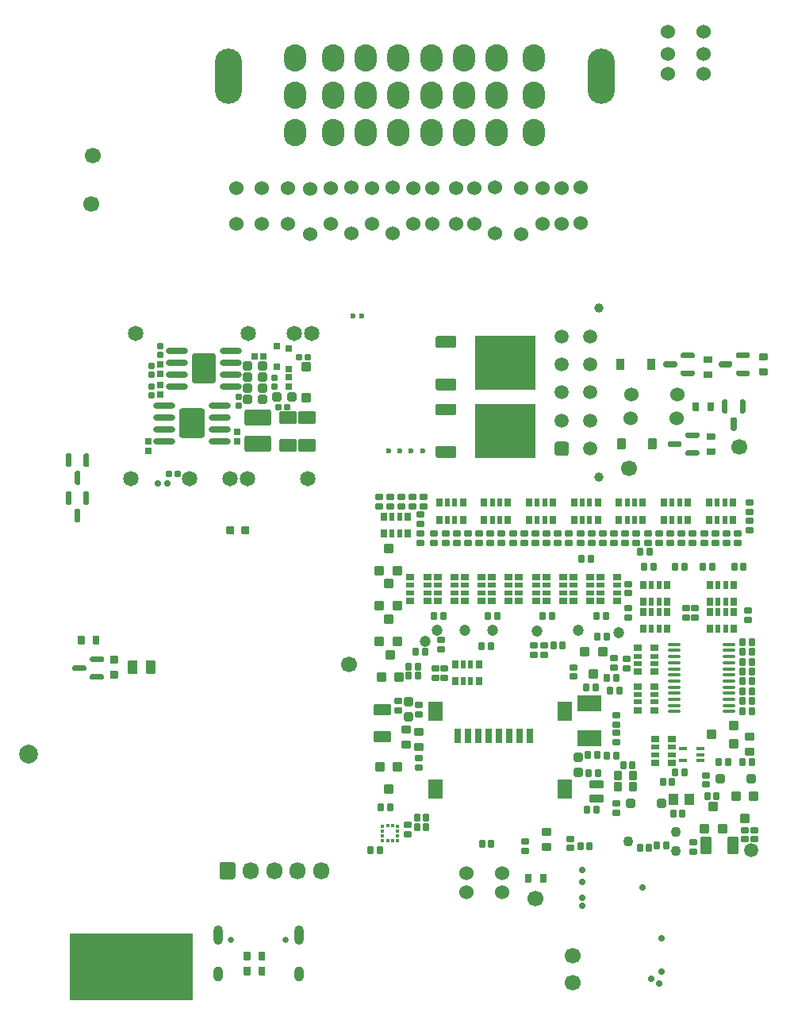
<source format=gbs>
G75*
G70*
%OFA0B0*%
%FSLAX25Y25*%
%IPPOS*%
%LPD*%
%AMOC8*
5,1,8,0,0,1.08239X$1,22.5*
%
%AMM184*
21,1,0.041340,0.026770,0.000000,-0.000000,270.000000*
21,1,0.029130,0.038980,0.000000,-0.000000,270.000000*
1,1,0.012210,-0.013390,-0.014570*
1,1,0.012210,-0.013390,0.014570*
1,1,0.012210,0.013390,0.014570*
1,1,0.012210,0.013390,-0.014570*
%
%AMM186*
21,1,0.076380,0.036220,0.000000,-0.000000,0.000000*
21,1,0.061810,0.050790,0.000000,-0.000000,0.000000*
1,1,0.014570,0.030910,-0.018110*
1,1,0.014570,-0.030910,-0.018110*
1,1,0.014570,-0.030910,0.018110*
1,1,0.014570,0.030910,0.018110*
%
%AMM189*
21,1,0.029130,0.018900,0.000000,-0.000000,0.000000*
21,1,0.018900,0.029130,0.000000,-0.000000,0.000000*
1,1,0.010240,0.009450,-0.009450*
1,1,0.010240,-0.009450,-0.009450*
1,1,0.010240,-0.009450,0.009450*
1,1,0.010240,0.009450,0.009450*
%
%AMM190*
21,1,0.025200,0.019680,0.000000,-0.000000,270.000000*
21,1,0.015750,0.029130,0.000000,-0.000000,270.000000*
1,1,0.009450,-0.009840,-0.007870*
1,1,0.009450,-0.009840,0.007870*
1,1,0.009450,0.009840,0.007870*
1,1,0.009450,0.009840,-0.007870*
%
%AMM191*
21,1,0.025200,0.019680,0.000000,-0.000000,180.000000*
21,1,0.015750,0.029130,0.000000,-0.000000,180.000000*
1,1,0.009450,-0.007870,0.009840*
1,1,0.009450,0.007870,0.009840*
1,1,0.009450,0.007870,-0.009840*
1,1,0.009450,-0.007870,-0.009840*
%
%AMM197*
21,1,0.111810,0.050390,0.000000,-0.000000,0.000000*
21,1,0.093700,0.068500,0.000000,-0.000000,0.000000*
1,1,0.018110,0.046850,-0.025200*
1,1,0.018110,-0.046850,-0.025200*
1,1,0.018110,-0.046850,0.025200*
1,1,0.018110,0.046850,0.025200*
%
%AMM198*
21,1,0.038980,0.026770,0.000000,-0.000000,180.000000*
21,1,0.026770,0.038980,0.000000,-0.000000,180.000000*
1,1,0.012210,-0.013390,0.013390*
1,1,0.012210,0.013390,0.013390*
1,1,0.012210,0.013390,-0.013390*
1,1,0.012210,-0.013390,-0.013390*
%
%AMM199*
21,1,0.029130,0.018900,0.000000,-0.000000,90.000000*
21,1,0.018900,0.029130,0.000000,-0.000000,90.000000*
1,1,0.010240,0.009450,0.009450*
1,1,0.010240,0.009450,-0.009450*
1,1,0.010240,-0.009450,-0.009450*
1,1,0.010240,-0.009450,0.009450*
%
%AMM200*
21,1,0.127560,0.075590,0.000000,-0.000000,90.000000*
21,1,0.103150,0.100000,0.000000,-0.000000,90.000000*
1,1,0.024410,0.037800,0.051580*
1,1,0.024410,0.037800,-0.051580*
1,1,0.024410,-0.037800,-0.051580*
1,1,0.024410,-0.037800,0.051580*
%
%AMM201*
21,1,0.123620,0.083460,0.000000,-0.000000,270.000000*
21,1,0.097240,0.109840,0.000000,-0.000000,270.000000*
1,1,0.026380,-0.041730,-0.048620*
1,1,0.026380,-0.041730,0.048620*
1,1,0.026380,0.041730,0.048620*
1,1,0.026380,0.041730,-0.048620*
%
%AMM269*
21,1,0.039370,0.030320,-0.000000,-0.000000,270.000000*
21,1,0.028350,0.041340,-0.000000,-0.000000,270.000000*
1,1,0.011020,-0.015160,-0.014170*
1,1,0.011020,-0.015160,0.014170*
1,1,0.011020,0.015160,0.014170*
1,1,0.011020,0.015160,-0.014170*
%
%AMM275*
21,1,0.031500,0.018900,-0.000000,-0.000000,0.000000*
21,1,0.022840,0.027560,-0.000000,-0.000000,0.000000*
1,1,0.008660,0.011420,-0.009450*
1,1,0.008660,-0.011420,-0.009450*
1,1,0.008660,-0.011420,0.009450*
1,1,0.008660,0.011420,0.009450*
%
%AMM278*
21,1,0.029530,0.026380,-0.000000,-0.000000,270.000000*
21,1,0.020470,0.035430,-0.000000,-0.000000,270.000000*
1,1,0.009060,-0.013190,-0.010240*
1,1,0.009060,-0.013190,0.010240*
1,1,0.009060,0.013190,0.010240*
1,1,0.009060,0.013190,-0.010240*
%
%AMM279*
21,1,0.021650,0.027950,-0.000000,-0.000000,270.000000*
21,1,0.014170,0.035430,-0.000000,-0.000000,270.000000*
1,1,0.007480,-0.013980,-0.007090*
1,1,0.007480,-0.013980,0.007090*
1,1,0.007480,0.013980,0.007090*
1,1,0.007480,0.013980,-0.007090*
%
%AMM281*
21,1,0.016540,0.028980,-0.000000,-0.000000,270.000000*
21,1,0.010080,0.035430,-0.000000,-0.000000,270.000000*
1,1,0.006460,-0.014490,-0.005040*
1,1,0.006460,-0.014490,0.005040*
1,1,0.006460,0.014490,0.005040*
1,1,0.006460,0.014490,-0.005040*
%
%AMM284*
21,1,0.031500,0.018900,-0.000000,-0.000000,270.000000*
21,1,0.022840,0.027560,-0.000000,-0.000000,270.000000*
1,1,0.008660,-0.009450,-0.011420*
1,1,0.008660,-0.009450,0.011420*
1,1,0.008660,0.009450,0.011420*
1,1,0.008660,0.009450,-0.011420*
%
%AMM294*
21,1,0.039370,0.030320,-0.000000,-0.000000,0.000000*
21,1,0.028350,0.041340,-0.000000,-0.000000,0.000000*
1,1,0.011020,0.014170,-0.015160*
1,1,0.011020,-0.014170,-0.015160*
1,1,0.011020,-0.014170,0.015160*
1,1,0.011020,0.014170,0.015160*
%
%AMM295*
21,1,0.039760,0.026770,-0.000000,-0.000000,180.000000*
21,1,0.029130,0.037400,-0.000000,-0.000000,180.000000*
1,1,0.010630,-0.014570,0.013390*
1,1,0.010630,0.014570,0.013390*
1,1,0.010630,0.014570,-0.013390*
1,1,0.010630,-0.014570,-0.013390*
%
%AMM296*
21,1,0.074800,0.036220,-0.000000,-0.000000,180.000000*
21,1,0.061810,0.049210,-0.000000,-0.000000,180.000000*
1,1,0.012990,-0.030910,0.018110*
1,1,0.012990,0.030910,0.018110*
1,1,0.012990,0.030910,-0.018110*
1,1,0.012990,-0.030910,-0.018110*
%
%AMM297*
21,1,0.062990,0.020470,-0.000000,-0.000000,270.000000*
21,1,0.053940,0.029530,-0.000000,-0.000000,270.000000*
1,1,0.009060,-0.010240,-0.026970*
1,1,0.009060,-0.010240,0.026970*
1,1,0.009060,0.010240,0.026970*
1,1,0.009060,0.010240,-0.026970*
%
%AMM298*
21,1,0.082680,0.045670,-0.000000,-0.000000,270.000000*
21,1,0.067320,0.061020,-0.000000,-0.000000,270.000000*
1,1,0.015350,-0.022840,-0.033660*
1,1,0.015350,-0.022840,0.033660*
1,1,0.015350,0.022840,0.033660*
1,1,0.015350,0.022840,-0.033660*
%
%AMM299*
21,1,0.029530,0.026380,-0.000000,-0.000000,180.000000*
21,1,0.020470,0.035430,-0.000000,-0.000000,180.000000*
1,1,0.009060,-0.010240,0.013190*
1,1,0.009060,0.010240,0.013190*
1,1,0.009060,0.010240,-0.013190*
1,1,0.009060,-0.010240,-0.013190*
%
%AMM300*
21,1,0.021650,0.027950,-0.000000,-0.000000,180.000000*
21,1,0.014170,0.035430,-0.000000,-0.000000,180.000000*
1,1,0.007480,-0.007090,0.013980*
1,1,0.007480,0.007090,0.013980*
1,1,0.007480,0.007090,-0.013980*
1,1,0.007480,-0.007090,-0.013980*
%
%AMM301*
21,1,0.031500,0.030710,-0.000000,-0.000000,270.000000*
21,1,0.022050,0.040160,-0.000000,-0.000000,270.000000*
1,1,0.009450,-0.015350,-0.011020*
1,1,0.009450,-0.015350,0.011020*
1,1,0.009450,0.015350,0.011020*
1,1,0.009450,0.015350,-0.011020*
%
%AMM302*
21,1,0.031500,0.049610,-0.000000,-0.000000,90.000000*
21,1,0.022050,0.059060,-0.000000,-0.000000,90.000000*
1,1,0.009450,0.024800,0.011020*
1,1,0.009450,0.024800,-0.011020*
1,1,0.009450,-0.024800,-0.011020*
1,1,0.009450,-0.024800,0.011020*
%
%AMM303*
21,1,0.031500,0.030710,-0.000000,-0.000000,180.000000*
21,1,0.022050,0.040160,-0.000000,-0.000000,180.000000*
1,1,0.009450,-0.011020,0.015350*
1,1,0.009450,0.011020,0.015350*
1,1,0.009450,0.011020,-0.015350*
1,1,0.009450,-0.011020,-0.015350*
%
%AMM304*
21,1,0.074800,0.036220,-0.000000,-0.000000,270.000000*
21,1,0.061810,0.049210,-0.000000,-0.000000,270.000000*
1,1,0.012990,-0.018110,-0.030910*
1,1,0.012990,-0.018110,0.030910*
1,1,0.012990,0.018110,0.030910*
1,1,0.012990,0.018110,-0.030910*
%
%AMM305*
21,1,0.037400,0.026770,-0.000000,-0.000000,90.000000*
21,1,0.026770,0.037400,-0.000000,-0.000000,90.000000*
1,1,0.010630,0.013390,0.013390*
1,1,0.010630,0.013390,-0.013390*
1,1,0.010630,-0.013390,-0.013390*
1,1,0.010630,-0.013390,0.013390*
%
%ADD10C,0.06000*%
%ADD11O,0.06693X0.07283*%
%ADD124C,0.02913*%
%ADD125C,0.06457*%
%ADD13O,0.03937X0.08268*%
%ADD14O,0.03937X0.06299*%
%ADD15C,0.06693*%
%ADD16C,0.05906*%
%ADD191C,0.04294*%
%ADD192C,0.04724*%
%ADD212R,0.04331X0.04724*%
%ADD216R,0.09843X0.07087*%
%ADD224O,0.05354X0.01378*%
%ADD225R,0.01378X0.01772*%
%ADD226R,0.01772X0.01378*%
%ADD23C,0.02362*%
%ADD289O,0.09213X0.02520*%
%ADD346M184*%
%ADD348M186*%
%ADD351M189*%
%ADD352M190*%
%ADD353M191*%
%ADD359M197*%
%ADD360M198*%
%ADD361M199*%
%ADD362M200*%
%ADD363M201*%
%ADD40C,0.07874*%
%ADD451M269*%
%ADD457M275*%
%ADD460M278*%
%ADD461M279*%
%ADD463M281*%
%ADD466M284*%
%ADD476M294*%
%ADD477M295*%
%ADD478M296*%
%ADD479M297*%
%ADD480M298*%
%ADD481M299*%
%ADD482M300*%
%ADD483M301*%
%ADD484M302*%
%ADD485M303*%
%ADD486M304*%
%ADD487M305*%
%ADD61C,0.03937*%
%ADD69C,0.00472*%
%ADD70C,0.02559*%
%ADD71O,0.11417X0.23228*%
%ADD72O,0.09449X0.11417*%
%ADD82R,0.25197X0.22835*%
X0000000Y0000000D02*
%LPD*%
G01*
D69*
X0077559Y0000787D02*
X0026378Y0000787D01*
X0026378Y0028346D01*
X0077559Y0028346D01*
X0077559Y0000787D01*
G36*
X0077559Y0000787D02*
G01*
X0026378Y0000787D01*
X0026378Y0028346D01*
X0077559Y0028346D01*
X0077559Y0000787D01*
G37*
D10*
X0196206Y0326364D03*
X0196206Y0341364D03*
X0188514Y0326449D03*
X0188514Y0341449D03*
X0262008Y0244488D03*
X0281299Y0244488D03*
X0144488Y0341535D03*
X0144488Y0322244D03*
G36*
G01*
X0089173Y0052067D02*
X0089173Y0057382D01*
G75*
G02*
X0090157Y0058366I0000984J0000000D01*
G01*
X0094882Y0058366D01*
G75*
G02*
X0095866Y0057382I0000000J-000984D01*
G01*
X0095866Y0052067D01*
G75*
G02*
X0094882Y0051083I-000984J0000000D01*
G01*
X0090157Y0051083D01*
G75*
G02*
X0089173Y0052067I0000000J0000984D01*
G01*
G37*
D11*
X0102362Y0054724D03*
X0112205Y0054724D03*
X0122047Y0054724D03*
X0131890Y0054724D03*
D70*
X0094134Y0025669D03*
X0116890Y0025669D03*
D13*
X0088504Y0027638D03*
D14*
X0088504Y0011181D03*
D13*
X0122520Y0027638D03*
D14*
X0122520Y0011181D03*
D15*
X0307480Y0232677D03*
D10*
X0096457Y0326358D03*
X0096457Y0341358D03*
X0292539Y0407087D03*
X0277539Y0407087D03*
D61*
X0248524Y0220079D03*
X0248524Y0290945D03*
G36*
G01*
X0234980Y0228937D02*
X0231043Y0228937D01*
G75*
G02*
X0230059Y0229921I0000000J0000984D01*
G01*
X0230059Y0233858D01*
G75*
G02*
X0231043Y0234843I0000984J0000000D01*
G01*
X0234980Y0234843D01*
G75*
G02*
X0235965Y0233858I0000000J-000984D01*
G01*
X0235965Y0229921D01*
G75*
G02*
X0234980Y0228937I-000984J0000000D01*
G01*
G37*
D16*
X0233012Y0243701D03*
X0233012Y0255512D03*
X0233012Y0267323D03*
X0233012Y0279134D03*
X0244823Y0231890D03*
X0244823Y0243701D03*
X0244823Y0255512D03*
X0244823Y0267323D03*
X0244823Y0279134D03*
D10*
X0153150Y0326358D03*
X0153150Y0341358D03*
D23*
X0273927Y0007192D03*
X0270482Y0009259D03*
X0275108Y0012211D03*
X0274813Y0026188D03*
D10*
X0262205Y0254724D03*
X0281496Y0254724D03*
X0178740Y0326358D03*
X0178740Y0341358D03*
D15*
X0237795Y0007480D03*
D16*
X0126280Y0219193D03*
X0101083Y0219193D03*
X0093602Y0219193D03*
X0076673Y0219193D03*
D23*
X0067224Y0217421D03*
X0063287Y0217421D03*
D16*
X0052067Y0219193D03*
X0128051Y0280217D03*
X0120768Y0280217D03*
X0101280Y0280217D03*
X0053839Y0280217D03*
D15*
X0222047Y0042913D03*
X0261319Y0223622D03*
D23*
X0165059Y0231004D03*
X0160335Y0231004D03*
X0169783Y0231004D03*
X0174508Y0231004D03*
X0149075Y0287795D03*
X0145138Y0287795D03*
D10*
X0170472Y0326358D03*
X0170472Y0341358D03*
X0118110Y0326358D03*
X0118110Y0341358D03*
X0215929Y0341339D03*
X0215929Y0322047D03*
X0277539Y0389370D03*
X0292539Y0389370D03*
X0161811Y0341535D03*
X0161811Y0322244D03*
D23*
X0266903Y0047766D03*
X0241608Y0054970D03*
X0241608Y0049951D03*
X0241608Y0043455D03*
X0241608Y0039911D03*
D15*
X0143602Y0141437D03*
D10*
X0207894Y0045669D03*
X0192894Y0045669D03*
X0207894Y0053543D03*
X0192894Y0053543D03*
X0224929Y0326358D03*
X0224929Y0341358D03*
X0232929Y0326358D03*
X0232929Y0341358D03*
X0292539Y0397638D03*
X0277539Y0397638D03*
X0240929Y0326547D03*
X0240929Y0341547D03*
D71*
X0092913Y0388185D03*
X0249606Y0388185D03*
D72*
X0121063Y0364563D03*
X0136811Y0364563D03*
X0150591Y0364563D03*
X0164370Y0364563D03*
X0178150Y0364563D03*
X0191929Y0364563D03*
X0205709Y0364563D03*
X0221457Y0364563D03*
X0121063Y0380311D03*
X0136811Y0380311D03*
X0150591Y0380311D03*
X0164370Y0380311D03*
X0178150Y0380311D03*
X0191929Y0380311D03*
X0205709Y0380311D03*
X0221457Y0380311D03*
X0121063Y0396059D03*
X0136811Y0396059D03*
X0150591Y0396059D03*
X0164370Y0396059D03*
X0178150Y0396059D03*
X0191929Y0396059D03*
X0205709Y0396059D03*
X0221457Y0396059D03*
D10*
X0107087Y0326358D03*
X0107087Y0341358D03*
X0135827Y0326358D03*
X0135827Y0341358D03*
D15*
X0237795Y0018898D03*
D10*
X0127165Y0341142D03*
X0127165Y0321850D03*
X0204929Y0341535D03*
X0204929Y0322244D03*
G36*
G01*
X0217520Y0050039D02*
X0217520Y0053110D01*
G75*
G02*
X0217795Y0053386I0000276J0000000D01*
G01*
X0220000Y0053386D01*
G75*
G02*
X0220276Y0053110I0000000J-000276D01*
G01*
X0220276Y0050039D01*
G75*
G02*
X0220000Y0049764I-000276J0000000D01*
G01*
X0217795Y0049764D01*
G75*
G02*
X0217520Y0050039I0000000J0000276D01*
G01*
G37*
G36*
G01*
X0223819Y0050039D02*
X0223819Y0053110D01*
G75*
G02*
X0224094Y0053386I0000276J0000000D01*
G01*
X0226299Y0053386D01*
G75*
G02*
X0226575Y0053110I0000000J-000276D01*
G01*
X0226575Y0050039D01*
G75*
G02*
X0226299Y0049764I-000276J0000000D01*
G01*
X0224094Y0049764D01*
G75*
G02*
X0223819Y0050039I0000000J0000276D01*
G01*
G37*
G36*
G01*
X0099409Y0011063D02*
X0099409Y0014134D01*
G75*
G02*
X0099685Y0014409I0000276J0000000D01*
G01*
X0101890Y0014409D01*
G75*
G02*
X0102165Y0014134I0000000J-000276D01*
G01*
X0102165Y0011063D01*
G75*
G02*
X0101890Y0010787I-000276J0000000D01*
G01*
X0099685Y0010787D01*
G75*
G02*
X0099409Y0011063I0000000J0000276D01*
G01*
G37*
G36*
G01*
X0105709Y0011063D02*
X0105709Y0014134D01*
G75*
G02*
X0105984Y0014409I0000276J0000000D01*
G01*
X0108189Y0014409D01*
G75*
G02*
X0108465Y0014134I0000000J-000276D01*
G01*
X0108465Y0011063D01*
G75*
G02*
X0108189Y0010787I-000276J0000000D01*
G01*
X0105984Y0010787D01*
G75*
G02*
X0105709Y0011063I0000000J0000276D01*
G01*
G37*
G36*
G01*
X0050787Y0137697D02*
X0050787Y0142618D01*
G75*
G02*
X0051181Y0143012I0000394J0000000D01*
G01*
X0054331Y0143012D01*
G75*
G02*
X0054724Y0142618I0000000J-000394D01*
G01*
X0054724Y0137697D01*
G75*
G02*
X0054331Y0137303I-000394J0000000D01*
G01*
X0051181Y0137303D01*
G75*
G02*
X0050787Y0137697I0000000J0000394D01*
G01*
G37*
G36*
G01*
X0058268Y0137697D02*
X0058268Y0142618D01*
G75*
G02*
X0058662Y0143012I0000394J0000000D01*
G01*
X0061811Y0143012D01*
G75*
G02*
X0062205Y0142618I0000000J-000394D01*
G01*
X0062205Y0137697D01*
G75*
G02*
X0061811Y0137303I-000394J0000000D01*
G01*
X0058662Y0137303D01*
G75*
G02*
X0058268Y0137697I0000000J0000394D01*
G01*
G37*
D15*
X0035433Y0334646D03*
G36*
G01*
X0256299Y0231850D02*
X0256299Y0235866D01*
G75*
G02*
X0256654Y0236220I0000354J0000000D01*
G01*
X0259488Y0236220D01*
G75*
G02*
X0259843Y0235866I0000000J-000354D01*
G01*
X0259843Y0231850D01*
G75*
G02*
X0259488Y0231496I-000354J0000000D01*
G01*
X0256654Y0231496D01*
G75*
G02*
X0256299Y0231850I0000000J0000354D01*
G01*
G37*
G36*
G01*
X0269291Y0231850D02*
X0269291Y0235866D01*
G75*
G02*
X0269646Y0236220I0000354J0000000D01*
G01*
X0272480Y0236220D01*
G75*
G02*
X0272835Y0235866I0000000J-000354D01*
G01*
X0272835Y0231850D01*
G75*
G02*
X0272480Y0231496I-000354J0000000D01*
G01*
X0269646Y0231496D01*
G75*
G02*
X0269291Y0231850I0000000J0000354D01*
G01*
G37*
G36*
G01*
X0025197Y0214075D02*
X0026378Y0214075D01*
G75*
G02*
X0026969Y0213484I0000000J-000591D01*
G01*
X0026969Y0208858D01*
G75*
G02*
X0026378Y0208268I-000591J0000000D01*
G01*
X0025197Y0208268D01*
G75*
G02*
X0024606Y0208858I0000000J0000591D01*
G01*
X0024606Y0213484D01*
G75*
G02*
X0025197Y0214075I0000591J0000000D01*
G01*
G37*
G36*
G01*
X0032677Y0214075D02*
X0033858Y0214075D01*
G75*
G02*
X0034449Y0213484I0000000J-000591D01*
G01*
X0034449Y0208858D01*
G75*
G02*
X0033858Y0208268I-000591J0000000D01*
G01*
X0032677Y0208268D01*
G75*
G02*
X0032087Y0208858I0000000J0000591D01*
G01*
X0032087Y0213484D01*
G75*
G02*
X0032677Y0214075I0000591J0000000D01*
G01*
G37*
G36*
G01*
X0028937Y0206693D02*
X0030118Y0206693D01*
G75*
G02*
X0030709Y0206102I0000000J-000591D01*
G01*
X0030709Y0201476D01*
G75*
G02*
X0030118Y0200886I-000591J0000000D01*
G01*
X0028937Y0200886D01*
G75*
G02*
X0028346Y0201476I0000000J0000591D01*
G01*
X0028346Y0206102D01*
G75*
G02*
X0028937Y0206693I0000591J0000000D01*
G01*
G37*
G36*
G01*
X0292953Y0270669D02*
X0296024Y0270669D01*
G75*
G02*
X0296299Y0270394I0000000J-000276D01*
G01*
X0296299Y0268189D01*
G75*
G02*
X0296024Y0267913I-000276J0000000D01*
G01*
X0292953Y0267913D01*
G75*
G02*
X0292677Y0268189I0000000J0000276D01*
G01*
X0292677Y0270394D01*
G75*
G02*
X0292953Y0270669I0000276J0000000D01*
G01*
G37*
G36*
G01*
X0292953Y0264370D02*
X0296024Y0264370D01*
G75*
G02*
X0296299Y0264094I0000000J-000276D01*
G01*
X0296299Y0261890D01*
G75*
G02*
X0296024Y0261614I-000276J0000000D01*
G01*
X0292953Y0261614D01*
G75*
G02*
X0292677Y0261890I0000000J0000276D01*
G01*
X0292677Y0264094D01*
G75*
G02*
X0292953Y0264370I0000276J0000000D01*
G01*
G37*
G36*
G01*
X0180020Y0228602D02*
X0180020Y0232382D01*
G75*
G02*
X0180492Y0232854I0000472J0000000D01*
G01*
X0188209Y0232854D01*
G75*
G02*
X0188681Y0232382I0000000J-000472D01*
G01*
X0188681Y0228602D01*
G75*
G02*
X0188209Y0228130I-000472J0000000D01*
G01*
X0180492Y0228130D01*
G75*
G02*
X0180020Y0228602I0000000J0000472D01*
G01*
G37*
D82*
X0209154Y0239469D03*
G36*
G01*
X0180020Y0246555D02*
X0180020Y0250335D01*
G75*
G02*
X0180492Y0250807I0000472J0000000D01*
G01*
X0188209Y0250807D01*
G75*
G02*
X0188681Y0250335I0000000J-000472D01*
G01*
X0188681Y0246555D01*
G75*
G02*
X0188209Y0246083I-000472J0000000D01*
G01*
X0180492Y0246083D01*
G75*
G02*
X0180020Y0246555I0000000J0000472D01*
G01*
G37*
G36*
G01*
X0029724Y0150039D02*
X0029724Y0153110D01*
G75*
G02*
X0030000Y0153386I0000276J0000000D01*
G01*
X0032205Y0153386D01*
G75*
G02*
X0032480Y0153110I0000000J-000276D01*
G01*
X0032480Y0150039D01*
G75*
G02*
X0032205Y0149764I-000276J0000000D01*
G01*
X0030000Y0149764D01*
G75*
G02*
X0029724Y0150039I0000000J0000276D01*
G01*
G37*
G36*
G01*
X0036024Y0150039D02*
X0036024Y0153110D01*
G75*
G02*
X0036299Y0153386I0000276J0000000D01*
G01*
X0038504Y0153386D01*
G75*
G02*
X0038780Y0153110I0000000J-000276D01*
G01*
X0038780Y0150039D01*
G75*
G02*
X0038504Y0149764I-000276J0000000D01*
G01*
X0036299Y0149764D01*
G75*
G02*
X0036024Y0150039I0000000J0000276D01*
G01*
G37*
G36*
G01*
X0290846Y0238189D02*
X0290846Y0237008D01*
G75*
G02*
X0290256Y0236417I-000591J0000000D01*
G01*
X0285630Y0236417D01*
G75*
G02*
X0285039Y0237008I0000000J0000591D01*
G01*
X0285039Y0238189D01*
G75*
G02*
X0285630Y0238780I0000591J0000000D01*
G01*
X0290256Y0238780D01*
G75*
G02*
X0290846Y0238189I0000000J-000591D01*
G01*
G37*
G36*
G01*
X0290846Y0230709D02*
X0290846Y0229528D01*
G75*
G02*
X0290256Y0228937I-000591J0000000D01*
G01*
X0285630Y0228937D01*
G75*
G02*
X0285039Y0229528I0000000J0000591D01*
G01*
X0285039Y0230709D01*
G75*
G02*
X0285630Y0231299I0000591J0000000D01*
G01*
X0290256Y0231299D01*
G75*
G02*
X0290846Y0230709I0000000J-000591D01*
G01*
G37*
G36*
G01*
X0283465Y0234449D02*
X0283465Y0233268D01*
G75*
G02*
X0282874Y0232677I-000591J0000000D01*
G01*
X0278248Y0232677D01*
G75*
G02*
X0277657Y0233268I0000000J0000591D01*
G01*
X0277657Y0234449D01*
G75*
G02*
X0278248Y0235039I0000591J0000000D01*
G01*
X0282874Y0235039D01*
G75*
G02*
X0283465Y0234449I0000000J-000591D01*
G01*
G37*
G36*
G01*
X0288878Y0271654D02*
X0288878Y0270472D01*
G75*
G02*
X0288287Y0269882I-000591J0000000D01*
G01*
X0283661Y0269882D01*
G75*
G02*
X0283071Y0270472I0000000J0000591D01*
G01*
X0283071Y0271654D01*
G75*
G02*
X0283661Y0272244I0000591J0000000D01*
G01*
X0288287Y0272244D01*
G75*
G02*
X0288878Y0271654I0000000J-000591D01*
G01*
G37*
G36*
G01*
X0288878Y0264173D02*
X0288878Y0262992D01*
G75*
G02*
X0288287Y0262402I-000591J0000000D01*
G01*
X0283661Y0262402D01*
G75*
G02*
X0283071Y0262992I0000000J0000591D01*
G01*
X0283071Y0264173D01*
G75*
G02*
X0283661Y0264764I0000591J0000000D01*
G01*
X0288287Y0264764D01*
G75*
G02*
X0288878Y0264173I0000000J-000591D01*
G01*
G37*
G36*
G01*
X0281496Y0267913D02*
X0281496Y0266732D01*
G75*
G02*
X0280906Y0266142I-000591J0000000D01*
G01*
X0276280Y0266142D01*
G75*
G02*
X0275689Y0266732I0000000J0000591D01*
G01*
X0275689Y0267913D01*
G75*
G02*
X0276280Y0268504I0000591J0000000D01*
G01*
X0280906Y0268504D01*
G75*
G02*
X0281496Y0267913I0000000J-000591D01*
G01*
G37*
G36*
G01*
X0025197Y0229970D02*
X0026378Y0229970D01*
G75*
G02*
X0026969Y0229380I0000000J-000591D01*
G01*
X0026969Y0224754D01*
G75*
G02*
X0026378Y0224163I-000591J0000000D01*
G01*
X0025197Y0224163D01*
G75*
G02*
X0024606Y0224754I0000000J0000591D01*
G01*
X0024606Y0229380D01*
G75*
G02*
X0025197Y0229970I0000591J0000000D01*
G01*
G37*
G36*
G01*
X0032677Y0229970D02*
X0033858Y0229970D01*
G75*
G02*
X0034449Y0229380I0000000J-000591D01*
G01*
X0034449Y0224754D01*
G75*
G02*
X0033858Y0224163I-000591J0000000D01*
G01*
X0032677Y0224163D01*
G75*
G02*
X0032087Y0224754I0000000J0000591D01*
G01*
X0032087Y0229380D01*
G75*
G02*
X0032677Y0229970I0000591J0000000D01*
G01*
G37*
G36*
G01*
X0028937Y0222589D02*
X0030118Y0222589D01*
G75*
G02*
X0030709Y0221998I0000000J-000591D01*
G01*
X0030709Y0217372D01*
G75*
G02*
X0030118Y0216781I-000591J0000000D01*
G01*
X0028937Y0216781D01*
G75*
G02*
X0028346Y0217372I0000000J0000591D01*
G01*
X0028346Y0221998D01*
G75*
G02*
X0028937Y0222589I0000591J0000000D01*
G01*
G37*
G36*
G01*
X0046220Y0135374D02*
X0043543Y0135374D01*
G75*
G02*
X0043209Y0135709I0000000J0000335D01*
G01*
X0043209Y0138386D01*
G75*
G02*
X0043543Y0138720I0000335J0000000D01*
G01*
X0046220Y0138720D01*
G75*
G02*
X0046555Y0138386I0000000J-000335D01*
G01*
X0046555Y0135709D01*
G75*
G02*
X0046220Y0135374I-000335J0000000D01*
G01*
G37*
G36*
G01*
X0046220Y0141594D02*
X0043543Y0141594D01*
G75*
G02*
X0043209Y0141929I0000000J0000335D01*
G01*
X0043209Y0144606D01*
G75*
G02*
X0043543Y0144941I0000335J0000000D01*
G01*
X0046220Y0144941D01*
G75*
G02*
X0046555Y0144606I0000000J-000335D01*
G01*
X0046555Y0141929D01*
G75*
G02*
X0046220Y0141594I-000335J0000000D01*
G01*
G37*
D15*
X0035827Y0355118D03*
G36*
G01*
X0300984Y0252510D02*
X0302165Y0252510D01*
G75*
G02*
X0302756Y0251919I0000000J-000591D01*
G01*
X0302756Y0247293D01*
G75*
G02*
X0302165Y0246703I-000591J0000000D01*
G01*
X0300984Y0246703D01*
G75*
G02*
X0300394Y0247293I0000000J0000591D01*
G01*
X0300394Y0251919D01*
G75*
G02*
X0300984Y0252510I0000591J0000000D01*
G01*
G37*
G36*
G01*
X0304724Y0245128D02*
X0305906Y0245128D01*
G75*
G02*
X0306496Y0244537I0000000J-000591D01*
G01*
X0306496Y0239911D01*
G75*
G02*
X0305906Y0239321I-000591J0000000D01*
G01*
X0304724Y0239321D01*
G75*
G02*
X0304134Y0239911I0000000J0000591D01*
G01*
X0304134Y0244537D01*
G75*
G02*
X0304724Y0245128I0000591J0000000D01*
G01*
G37*
G36*
G01*
X0308465Y0252510D02*
X0309646Y0252510D01*
G75*
G02*
X0310236Y0251919I0000000J-000591D01*
G01*
X0310236Y0247293D01*
G75*
G02*
X0309646Y0246703I-000591J0000000D01*
G01*
X0308465Y0246703D01*
G75*
G02*
X0307874Y0247293I0000000J0000591D01*
G01*
X0307874Y0251919D01*
G75*
G02*
X0308465Y0252510I0000591J0000000D01*
G01*
G37*
G36*
G01*
X0040600Y0144094D02*
X0040600Y0142913D01*
G75*
G02*
X0040010Y0142323I-000591J0000000D01*
G01*
X0035384Y0142323D01*
G75*
G02*
X0034793Y0142913I0000000J0000591D01*
G01*
X0034793Y0144094D01*
G75*
G02*
X0035384Y0144685I0000591J0000000D01*
G01*
X0040010Y0144685D01*
G75*
G02*
X0040600Y0144094I0000000J-000591D01*
G01*
G37*
G36*
G01*
X0033219Y0140354D02*
X0033219Y0139173D01*
G75*
G02*
X0032628Y0138583I-000591J0000000D01*
G01*
X0028002Y0138583D01*
G75*
G02*
X0027411Y0139173I0000000J0000591D01*
G01*
X0027411Y0140354D01*
G75*
G02*
X0028002Y0140945I0000591J0000000D01*
G01*
X0032628Y0140945D01*
G75*
G02*
X0033219Y0140354I0000000J-000591D01*
G01*
G37*
G36*
G01*
X0040600Y0136614D02*
X0040600Y0135433D01*
G75*
G02*
X0040010Y0134843I-000591J0000000D01*
G01*
X0035384Y0134843D01*
G75*
G02*
X0034793Y0135433I0000000J0000591D01*
G01*
X0034793Y0136614D01*
G75*
G02*
X0035384Y0137205I0000591J0000000D01*
G01*
X0040010Y0137205D01*
G75*
G02*
X0040600Y0136614I0000000J-000591D01*
G01*
G37*
G36*
G01*
X0316181Y0271850D02*
X0319252Y0271850D01*
G75*
G02*
X0319528Y0271575I0000000J-000276D01*
G01*
X0319528Y0269370D01*
G75*
G02*
X0319252Y0269094I-000276J0000000D01*
G01*
X0316181Y0269094D01*
G75*
G02*
X0315906Y0269370I0000000J0000276D01*
G01*
X0315906Y0271575D01*
G75*
G02*
X0316181Y0271850I0000276J0000000D01*
G01*
G37*
G36*
G01*
X0316181Y0265551D02*
X0319252Y0265551D01*
G75*
G02*
X0319528Y0265276I0000000J-000276D01*
G01*
X0319528Y0263071D01*
G75*
G02*
X0319252Y0262795I-000276J0000000D01*
G01*
X0316181Y0262795D01*
G75*
G02*
X0315906Y0263071I0000000J0000276D01*
G01*
X0315906Y0265276D01*
G75*
G02*
X0316181Y0265551I0000276J0000000D01*
G01*
G37*
G36*
G01*
X0255906Y0265315D02*
X0255906Y0269331D01*
G75*
G02*
X0256260Y0269685I0000354J0000000D01*
G01*
X0259094Y0269685D01*
G75*
G02*
X0259449Y0269331I0000000J-000354D01*
G01*
X0259449Y0265315D01*
G75*
G02*
X0259094Y0264961I-000354J0000000D01*
G01*
X0256260Y0264961D01*
G75*
G02*
X0255906Y0265315I0000000J0000354D01*
G01*
G37*
G36*
G01*
X0268898Y0265315D02*
X0268898Y0269331D01*
G75*
G02*
X0269252Y0269685I0000354J0000000D01*
G01*
X0272087Y0269685D01*
G75*
G02*
X0272441Y0269331I0000000J-000354D01*
G01*
X0272441Y0265315D01*
G75*
G02*
X0272087Y0264961I-000354J0000000D01*
G01*
X0269252Y0264961D01*
G75*
G02*
X0268898Y0265315I0000000J0000354D01*
G01*
G37*
D40*
X0008858Y0103543D03*
G36*
G01*
X0312106Y0271654D02*
X0312106Y0270472D01*
G75*
G02*
X0311516Y0269882I-000591J0000000D01*
G01*
X0306890Y0269882D01*
G75*
G02*
X0306299Y0270472I0000000J0000591D01*
G01*
X0306299Y0271654D01*
G75*
G02*
X0306890Y0272244I0000591J0000000D01*
G01*
X0311516Y0272244D01*
G75*
G02*
X0312106Y0271654I0000000J-000591D01*
G01*
G37*
G36*
G01*
X0304724Y0267913D02*
X0304724Y0266732D01*
G75*
G02*
X0304134Y0266142I-000591J0000000D01*
G01*
X0299508Y0266142D01*
G75*
G02*
X0298917Y0266732I0000000J0000591D01*
G01*
X0298917Y0267913D01*
G75*
G02*
X0299508Y0268504I0000591J0000000D01*
G01*
X0304134Y0268504D01*
G75*
G02*
X0304724Y0267913I0000000J-000591D01*
G01*
G37*
G36*
G01*
X0312106Y0264173D02*
X0312106Y0262992D01*
G75*
G02*
X0311516Y0262402I-000591J0000000D01*
G01*
X0306890Y0262402D01*
G75*
G02*
X0306299Y0262992I0000000J0000591D01*
G01*
X0306299Y0264173D01*
G75*
G02*
X0306890Y0264764I0000591J0000000D01*
G01*
X0311516Y0264764D01*
G75*
G02*
X0312106Y0264173I0000000J-000591D01*
G01*
G37*
G36*
G01*
X0297047Y0251142D02*
X0297047Y0248071D01*
G75*
G02*
X0296772Y0247795I-000276J0000000D01*
G01*
X0294567Y0247795D01*
G75*
G02*
X0294291Y0248071I0000000J0000276D01*
G01*
X0294291Y0251142D01*
G75*
G02*
X0294567Y0251417I0000276J0000000D01*
G01*
X0296772Y0251417D01*
G75*
G02*
X0297047Y0251142I0000000J-000276D01*
G01*
G37*
G36*
G01*
X0290748Y0251142D02*
X0290748Y0248071D01*
G75*
G02*
X0290472Y0247795I-000276J0000000D01*
G01*
X0288268Y0247795D01*
G75*
G02*
X0287992Y0248071I0000000J0000276D01*
G01*
X0287992Y0251142D01*
G75*
G02*
X0288268Y0251417I0000276J0000000D01*
G01*
X0290472Y0251417D01*
G75*
G02*
X0290748Y0251142I0000000J-000276D01*
G01*
G37*
G36*
G01*
X0108465Y0020433D02*
X0108465Y0017362D01*
G75*
G02*
X0108189Y0017087I-000276J0000000D01*
G01*
X0105984Y0017087D01*
G75*
G02*
X0105709Y0017362I0000000J0000276D01*
G01*
X0105709Y0020433D01*
G75*
G02*
X0105984Y0020709I0000276J0000000D01*
G01*
X0108189Y0020709D01*
G75*
G02*
X0108465Y0020433I0000000J-000276D01*
G01*
G37*
G36*
G01*
X0102165Y0020433D02*
X0102165Y0017362D01*
G75*
G02*
X0101890Y0017087I-000276J0000000D01*
G01*
X0099685Y0017087D01*
G75*
G02*
X0099409Y0017362I0000000J0000276D01*
G01*
X0099409Y0020433D01*
G75*
G02*
X0099685Y0020709I0000276J0000000D01*
G01*
X0101890Y0020709D01*
G75*
G02*
X0102165Y0020433I0000000J-000276D01*
G01*
G37*
G36*
G01*
X0092106Y0196299D02*
X0092106Y0198976D01*
G75*
G02*
X0092441Y0199311I0000335J0000000D01*
G01*
X0095118Y0199311D01*
G75*
G02*
X0095453Y0198976I0000000J-000335D01*
G01*
X0095453Y0196299D01*
G75*
G02*
X0095118Y0195965I-000335J0000000D01*
G01*
X0092441Y0195965D01*
G75*
G02*
X0092106Y0196299I0000000J0000335D01*
G01*
G37*
G36*
G01*
X0098327Y0196299D02*
X0098327Y0198976D01*
G75*
G02*
X0098661Y0199311I0000335J0000000D01*
G01*
X0101339Y0199311D01*
G75*
G02*
X0101673Y0198976I0000000J-000335D01*
G01*
X0101673Y0196299D01*
G75*
G02*
X0101339Y0195965I-000335J0000000D01*
G01*
X0098661Y0195965D01*
G75*
G02*
X0098327Y0196299I0000000J0000335D01*
G01*
G37*
G36*
G01*
X0294134Y0238386D02*
X0297205Y0238386D01*
G75*
G02*
X0297480Y0238110I0000000J-000276D01*
G01*
X0297480Y0235906D01*
G75*
G02*
X0297205Y0235630I-000276J0000000D01*
G01*
X0294134Y0235630D01*
G75*
G02*
X0293858Y0235906I0000000J0000276D01*
G01*
X0293858Y0238110D01*
G75*
G02*
X0294134Y0238386I0000276J0000000D01*
G01*
G37*
G36*
G01*
X0294134Y0232087D02*
X0297205Y0232087D01*
G75*
G02*
X0297480Y0231811I0000000J-000276D01*
G01*
X0297480Y0229606D01*
G75*
G02*
X0297205Y0229331I-000276J0000000D01*
G01*
X0294134Y0229331D01*
G75*
G02*
X0293858Y0229606I0000000J0000276D01*
G01*
X0293858Y0231811D01*
G75*
G02*
X0294134Y0232087I0000276J0000000D01*
G01*
G37*
G36*
G01*
X0180020Y0256949D02*
X0180020Y0260728D01*
G75*
G02*
X0180492Y0261201I0000472J0000000D01*
G01*
X0188209Y0261201D01*
G75*
G02*
X0188681Y0260728I0000000J-000472D01*
G01*
X0188681Y0256949D01*
G75*
G02*
X0188209Y0256476I-000472J0000000D01*
G01*
X0180492Y0256476D01*
G75*
G02*
X0180020Y0256949I0000000J0000472D01*
G01*
G37*
D82*
X0209154Y0267815D03*
G36*
G01*
X0180020Y0274902D02*
X0180020Y0278681D01*
G75*
G02*
X0180492Y0279154I0000472J0000000D01*
G01*
X0188209Y0279154D01*
G75*
G02*
X0188681Y0278681I0000000J-000472D01*
G01*
X0188681Y0274902D01*
G75*
G02*
X0188209Y0274429I-000472J0000000D01*
G01*
X0180492Y0274429D01*
G75*
G02*
X0180020Y0274902I0000000J0000472D01*
G01*
G37*
X0049114Y0283169D02*
G01*
G75*
D346*
X0125492Y0253254D02*
D03*
X0125492Y0266246D02*
D03*
D348*
X0125886Y0233394D02*
D03*
X0125886Y0244811D02*
D03*
X0117854Y0233394D02*
D03*
X0117854Y0244811D02*
D03*
D351*
X0103838Y0270767D02*
D03*
X0107775Y0270767D02*
D03*
X0118405Y0274114D02*
D03*
X0118405Y0265452D02*
D03*
X0113157Y0274901D02*
D03*
X0113157Y0266240D02*
D03*
D352*
X0060531Y0263014D02*
D03*
X0060531Y0266558D02*
D03*
X0097264Y0253623D02*
D03*
X0097264Y0250079D02*
D03*
X0112369Y0261620D02*
D03*
X0112369Y0258077D02*
D03*
X0060531Y0254396D02*
D03*
X0060531Y0257939D02*
D03*
X0064468Y0274901D02*
D03*
X0064468Y0271358D02*
D03*
D353*
X0113944Y0249416D02*
D03*
X0117488Y0249416D02*
D03*
X0126346Y0270183D02*
D03*
X0122802Y0270183D02*
D03*
X0068029Y0221419D02*
D03*
X0071573Y0221419D02*
D03*
D124*
X0067224Y0217421D02*
D03*
X0063287Y0217421D02*
D03*
D125*
X0120767Y0280216D02*
D03*
X0053838Y0280216D02*
D03*
X0101279Y0280216D02*
D03*
X0101082Y0219193D02*
D03*
X0126279Y0219193D02*
D03*
X0076673Y0219193D02*
D03*
X0093602Y0219193D02*
D03*
X0052067Y0219193D02*
D03*
X0128051Y0280216D02*
D03*
D359*
X0105413Y0233956D02*
D03*
X0105413Y0244980D02*
D03*
D360*
X0101090Y0266634D02*
D03*
X0107310Y0266634D02*
D03*
X0101090Y0252540D02*
D03*
X0107310Y0252540D02*
D03*
X0101090Y0257231D02*
D03*
X0107310Y0257231D02*
D03*
X0101090Y0261923D02*
D03*
X0107310Y0261923D02*
D03*
X0113334Y0253721D02*
D03*
X0119555Y0253721D02*
D03*
D361*
X0064468Y0263211D02*
D03*
X0064468Y0267148D02*
D03*
X0064468Y0258530D02*
D03*
X0064468Y0254593D02*
D03*
X0118405Y0261817D02*
D03*
X0118405Y0257880D02*
D03*
X0096791Y0238884D02*
D03*
X0096791Y0234947D02*
D03*
X0059350Y0231108D02*
D03*
X0059350Y0235046D02*
D03*
D289*
X0071228Y0258097D02*
D03*
X0071228Y0263097D02*
D03*
X0071228Y0268097D02*
D03*
X0071228Y0273097D02*
D03*
X0093865Y0258097D02*
D03*
X0093865Y0263097D02*
D03*
X0093865Y0268097D02*
D03*
X0093865Y0273097D02*
D03*
X0065945Y0235030D02*
D03*
X0065945Y0240030D02*
D03*
X0065945Y0245030D02*
D03*
X0065945Y0250030D02*
D03*
X0089370Y0235030D02*
D03*
X0089370Y0240030D02*
D03*
X0089370Y0245030D02*
D03*
X0089370Y0250030D02*
D03*
D362*
X0082546Y0265597D02*
D03*
D363*
X0077657Y0242530D02*
D03*
X0316831Y0216831D02*
G01*
G75*
D451*
X0305216Y0115589D02*
D03*
X0295964Y0111849D02*
D03*
D451*
X0305216Y0108108D02*
D03*
D457*
X0285138Y0164863D02*
D03*
X0285138Y0160926D02*
D03*
X0164469Y0121949D02*
D03*
X0164469Y0125886D02*
D03*
X0288189Y0062697D02*
D03*
X0288189Y0066634D02*
D03*
X0255006Y0140059D02*
D03*
X0255006Y0143996D02*
D03*
X0238101Y0140131D02*
D03*
X0238101Y0136194D02*
D03*
X0260138Y0143603D02*
D03*
X0260138Y0139666D02*
D03*
X0311332Y0160015D02*
D03*
X0311332Y0163952D02*
D03*
X0293603Y0090847D02*
D03*
X0293603Y0094784D02*
D03*
X0314075Y0071752D02*
D03*
X0314075Y0067815D02*
D03*
X0182185Y0147540D02*
D03*
X0182185Y0151477D02*
D03*
X0255807Y0082973D02*
D03*
X0255807Y0079036D02*
D03*
X0225590Y0149410D02*
D03*
X0225590Y0145473D02*
D03*
X0236615Y0068110D02*
D03*
X0236615Y0064174D02*
D03*
X0183760Y0135729D02*
D03*
X0183760Y0139666D02*
D03*
X0179823Y0135729D02*
D03*
X0179823Y0139666D02*
D03*
X0309941Y0071752D02*
D03*
X0309941Y0067815D02*
D03*
X0172933Y0120374D02*
D03*
X0172933Y0124311D02*
D03*
X0173130Y0097933D02*
D03*
X0173130Y0101870D02*
D03*
X0221260Y0149410D02*
D03*
X0221260Y0145473D02*
D03*
X0217618Y0062894D02*
D03*
X0217618Y0066831D02*
D03*
X0255807Y0112500D02*
D03*
X0255807Y0108563D02*
D03*
X0255807Y0116044D02*
D03*
X0255807Y0119981D02*
D03*
X0269193Y0192422D02*
D03*
X0269193Y0196359D02*
D03*
X0264469Y0192422D02*
D03*
X0264469Y0196359D02*
D03*
X0259744Y0192422D02*
D03*
X0259744Y0196359D02*
D03*
X0255020Y0192422D02*
D03*
X0255020Y0196359D02*
D03*
X0170374Y0211713D02*
D03*
X0170374Y0207776D02*
D03*
X0165650Y0207776D02*
D03*
X0165650Y0211713D02*
D03*
X0160926Y0211713D02*
D03*
X0160926Y0207776D02*
D03*
X0156201Y0211713D02*
D03*
X0156201Y0207776D02*
D03*
X0289075Y0164863D02*
D03*
X0289075Y0160926D02*
D03*
X0261122Y0164863D02*
D03*
X0261122Y0160926D02*
D03*
X0292815Y0192422D02*
D03*
X0292815Y0196359D02*
D03*
X0297539Y0192422D02*
D03*
X0297539Y0196359D02*
D03*
X0302264Y0192422D02*
D03*
X0302264Y0196359D02*
D03*
X0306988Y0192422D02*
D03*
X0306988Y0196359D02*
D03*
X0273917Y0192422D02*
D03*
X0273917Y0196359D02*
D03*
X0278642Y0192422D02*
D03*
X0278642Y0196359D02*
D03*
X0283366Y0192422D02*
D03*
X0283366Y0196359D02*
D03*
X0288091Y0192422D02*
D03*
X0288091Y0196359D02*
D03*
X0236122Y0192422D02*
D03*
X0236122Y0196359D02*
D03*
X0240846Y0192422D02*
D03*
X0240846Y0196359D02*
D03*
X0245571Y0192422D02*
D03*
X0245571Y0196359D02*
D03*
X0250295Y0192422D02*
D03*
X0250295Y0196359D02*
D03*
X0217224Y0196359D02*
D03*
X0217224Y0192422D02*
D03*
X0221949Y0192422D02*
D03*
X0221949Y0196359D02*
D03*
X0226673Y0192422D02*
D03*
X0226673Y0196359D02*
D03*
X0231398Y0192422D02*
D03*
X0231398Y0196359D02*
D03*
X0198327Y0192422D02*
D03*
X0198327Y0196359D02*
D03*
X0203051Y0192422D02*
D03*
X0203051Y0196359D02*
D03*
X0207776Y0192422D02*
D03*
X0207776Y0196359D02*
D03*
X0212500Y0192422D02*
D03*
X0212500Y0196359D02*
D03*
X0184154Y0192422D02*
D03*
X0184154Y0196359D02*
D03*
X0188878Y0192422D02*
D03*
X0188878Y0196359D02*
D03*
X0193603Y0192422D02*
D03*
X0193603Y0196359D02*
D03*
X0312107Y0201674D02*
D03*
X0312107Y0197737D02*
D03*
X0175098Y0207776D02*
D03*
X0175098Y0211713D02*
D03*
X0261122Y0175099D02*
D03*
X0261122Y0171162D02*
D03*
X0173524Y0196359D02*
D03*
X0173524Y0192422D02*
D03*
X0312107Y0209351D02*
D03*
X0312107Y0205414D02*
D03*
X0173524Y0200296D02*
D03*
X0173524Y0204233D02*
D03*
X0168406Y0069981D02*
D03*
X0168406Y0073918D02*
D03*
X0179429Y0192422D02*
D03*
X0179429Y0196359D02*
D03*
D460*
X0279429Y0100000D02*
D03*
X0272343Y0100000D02*
D03*
X0272343Y0110040D02*
D03*
X0279429Y0110040D02*
D03*
X0264862Y0148229D02*
D03*
X0271949Y0148229D02*
D03*
X0271949Y0138189D02*
D03*
X0264862Y0138189D02*
D03*
X0264862Y0132087D02*
D03*
X0271949Y0132087D02*
D03*
X0271949Y0122047D02*
D03*
X0264862Y0122047D02*
D03*
X0169390Y0167914D02*
D03*
X0176477Y0167914D02*
D03*
X0176477Y0177953D02*
D03*
X0169390Y0177953D02*
D03*
X0187894Y0177953D02*
D03*
X0180807Y0177953D02*
D03*
X0180807Y0167914D02*
D03*
X0187894Y0167914D02*
D03*
X0237894Y0167914D02*
D03*
X0244980Y0167914D02*
D03*
X0244980Y0177953D02*
D03*
X0237894Y0177953D02*
D03*
X0256398Y0177953D02*
D03*
X0249311Y0177953D02*
D03*
X0249311Y0167914D02*
D03*
X0256398Y0167914D02*
D03*
X0215059Y0167914D02*
D03*
X0222146Y0167914D02*
D03*
X0222146Y0177953D02*
D03*
X0215059Y0177953D02*
D03*
X0233563Y0177953D02*
D03*
X0226476Y0177953D02*
D03*
X0226476Y0167914D02*
D03*
X0233563Y0167914D02*
D03*
X0192224Y0167914D02*
D03*
X0199311Y0167914D02*
D03*
X0199311Y0177953D02*
D03*
X0192224Y0177953D02*
D03*
X0210728Y0177953D02*
D03*
X0203642Y0177953D02*
D03*
X0203642Y0167914D02*
D03*
X0210728Y0167914D02*
D03*
D461*
X0272343Y0106595D02*
D03*
X0272343Y0103445D02*
D03*
X0279429Y0103445D02*
D03*
X0279429Y0106595D02*
D03*
X0271949Y0141634D02*
D03*
X0271949Y0144784D02*
D03*
X0264862Y0144784D02*
D03*
X0264862Y0141634D02*
D03*
X0271949Y0125492D02*
D03*
X0271949Y0128642D02*
D03*
X0264862Y0128642D02*
D03*
X0264862Y0125492D02*
D03*
X0169390Y0171359D02*
D03*
X0169390Y0174508D02*
D03*
X0176477Y0174508D02*
D03*
X0176477Y0171359D02*
D03*
X0187894Y0174508D02*
D03*
X0187894Y0171359D02*
D03*
X0180807Y0171359D02*
D03*
X0180807Y0174508D02*
D03*
X0237894Y0171359D02*
D03*
X0237894Y0174508D02*
D03*
X0244980Y0174508D02*
D03*
X0244980Y0171359D02*
D03*
X0256398Y0174508D02*
D03*
X0256398Y0171359D02*
D03*
X0249311Y0171359D02*
D03*
X0249311Y0174508D02*
D03*
X0215059Y0171359D02*
D03*
X0215059Y0174508D02*
D03*
X0222146Y0174508D02*
D03*
X0222146Y0171359D02*
D03*
X0233563Y0174508D02*
D03*
X0233563Y0171359D02*
D03*
X0226476Y0171359D02*
D03*
X0226476Y0174508D02*
D03*
X0192224Y0171359D02*
D03*
X0192224Y0174508D02*
D03*
X0199311Y0174508D02*
D03*
X0199311Y0171359D02*
D03*
X0210728Y0174508D02*
D03*
X0210728Y0171359D02*
D03*
X0203642Y0171359D02*
D03*
X0203642Y0174508D02*
D03*
D463*
X0291437Y0106004D02*
D03*
X0291437Y0103445D02*
D03*
X0291437Y0100886D02*
D03*
X0283957Y0100886D02*
D03*
X0283957Y0106004D02*
D03*
D466*
X0273130Y0065453D02*
D03*
X0277067Y0065453D02*
D03*
X0156988Y0081201D02*
D03*
X0160926Y0081201D02*
D03*
X0298088Y0086022D02*
D03*
X0294151Y0086022D02*
D03*
X0275492Y0092028D02*
D03*
X0279429Y0092028D02*
D03*
X0284548Y0095965D02*
D03*
X0280611Y0095965D02*
D03*
X0175492Y0146752D02*
D03*
X0171555Y0146752D02*
D03*
X0244784Y0064862D02*
D03*
X0240847Y0064862D02*
D03*
X0176083Y0077067D02*
D03*
X0172146Y0077067D02*
D03*
X0203445Y0066044D02*
D03*
X0199508Y0066044D02*
D03*
X0247921Y0152853D02*
D03*
X0251858Y0152853D02*
D03*
X0257185Y0130217D02*
D03*
X0253248Y0130217D02*
D03*
X0247146Y0131792D02*
D03*
X0243209Y0131792D02*
D03*
X0247933Y0103445D02*
D03*
X0243996Y0103445D02*
D03*
X0152658Y0063288D02*
D03*
X0156595Y0063288D02*
D03*
X0265847Y0064272D02*
D03*
X0269784Y0064272D02*
D03*
X0283760Y0078642D02*
D03*
X0279823Y0078642D02*
D03*
X0172736Y0140453D02*
D03*
X0168799Y0140453D02*
D03*
X0172736Y0136516D02*
D03*
X0168799Y0136516D02*
D03*
X0172146Y0073130D02*
D03*
X0176083Y0073130D02*
D03*
X0199213Y0149016D02*
D03*
X0203150Y0149016D02*
D03*
X0255807Y0103052D02*
D03*
X0251870Y0103052D02*
D03*
X0255807Y0135532D02*
D03*
X0251870Y0135532D02*
D03*
X0247540Y0080217D02*
D03*
X0243603Y0080217D02*
D03*
X0248327Y0095571D02*
D03*
X0244390Y0095571D02*
D03*
X0233465Y0149410D02*
D03*
X0229528Y0149410D02*
D03*
X0262796Y0099016D02*
D03*
X0258859Y0099016D02*
D03*
X0179232Y0161713D02*
D03*
X0183169Y0161713D02*
D03*
X0247736Y0161713D02*
D03*
X0251673Y0161713D02*
D03*
X0224902Y0161713D02*
D03*
X0228839Y0161713D02*
D03*
X0202067Y0161713D02*
D03*
X0206004Y0161713D02*
D03*
X0241240Y0185729D02*
D03*
X0245177Y0185729D02*
D03*
X0296292Y0182185D02*
D03*
X0292355Y0182185D02*
D03*
X0305481Y0182185D02*
D03*
X0309418Y0182185D02*
D03*
X0271488Y0182185D02*
D03*
X0267551Y0182185D02*
D03*
X0280677Y0182185D02*
D03*
X0284614Y0182185D02*
D03*
X0308957Y0100296D02*
D03*
X0312894Y0100296D02*
D03*
X0303051Y0100296D02*
D03*
X0299114Y0100296D02*
D03*
X0266043Y0188485D02*
D03*
X0269980Y0188485D02*
D03*
X0312894Y0150689D02*
D03*
X0308957Y0150689D02*
D03*
X0312894Y0138288D02*
D03*
X0308957Y0138288D02*
D03*
X0312894Y0134154D02*
D03*
X0308957Y0134154D02*
D03*
X0312894Y0125886D02*
D03*
X0308957Y0125886D02*
D03*
X0312894Y0130020D02*
D03*
X0308957Y0130020D02*
D03*
X0312894Y0121752D02*
D03*
X0308957Y0121752D02*
D03*
X0312894Y0142421D02*
D03*
X0308957Y0142421D02*
D03*
X0312894Y0146555D02*
D03*
X0308957Y0146555D02*
D03*
D191*
X0261083Y0066890D02*
D03*
X0281083Y0070890D02*
D03*
X0281083Y0062890D02*
D03*
D192*
X0222736Y0155414D02*
D03*
X0175492Y0151083D02*
D03*
X0180610Y0155807D02*
D03*
X0192422Y0155807D02*
D03*
X0203839Y0155807D02*
D03*
X0240059Y0155807D02*
D03*
X0256989Y0154626D02*
D03*
D16*
X0312500Y0063288D02*
D03*
D476*
X0160251Y0088960D02*
D03*
X0156511Y0098212D02*
D03*
X0242680Y0146711D02*
D03*
X0246420Y0137459D02*
D03*
X0306201Y0085847D02*
D03*
X0309941Y0076595D02*
D03*
X0300492Y0072422D02*
D03*
X0296752Y0081673D02*
D03*
X0163878Y0180807D02*
D03*
X0160138Y0190059D02*
D03*
X0160138Y0175164D02*
D03*
X0163878Y0165912D02*
D03*
X0163878Y0151017D02*
D03*
X0160138Y0160269D02*
D03*
X0164665Y0136122D02*
D03*
X0160925Y0145374D02*
D03*
D476*
X0163991Y0098212D02*
D03*
X0250160Y0146711D02*
D03*
X0313681Y0085847D02*
D03*
X0293012Y0072421D02*
D03*
X0156398Y0180807D02*
D03*
X0156398Y0165912D02*
D03*
X0156398Y0151017D02*
D03*
X0157185Y0136122D02*
D03*
D477*
X0312500Y0093209D02*
D03*
X0299508Y0093209D02*
D03*
X0275099Y0082973D02*
D03*
X0262106Y0082973D02*
D03*
D212*
X0280020Y0084548D02*
D03*
X0286713Y0084548D02*
D03*
D478*
X0157776Y0122343D02*
D03*
X0157776Y0110926D02*
D03*
D479*
X0219705Y0111307D02*
D03*
X0215374Y0111307D02*
D03*
X0211043Y0111307D02*
D03*
X0206713Y0111307D02*
D03*
X0202382Y0111307D02*
D03*
X0198051Y0111307D02*
D03*
X0193720Y0111307D02*
D03*
X0189390Y0111307D02*
D03*
D480*
X0180020Y0121543D02*
D03*
X0180020Y0088866D02*
D03*
X0234153Y0088866D02*
D03*
X0234153Y0121543D02*
D03*
D216*
X0244783Y0110335D02*
D03*
X0244783Y0124902D02*
D03*
D481*
X0198228Y0134154D02*
D03*
X0198228Y0141240D02*
D03*
X0188189Y0141240D02*
D03*
X0188189Y0134154D02*
D03*
X0267126Y0209154D02*
D03*
X0267126Y0202067D02*
D03*
X0257087Y0202067D02*
D03*
X0257087Y0209154D02*
D03*
X0295276Y0174705D02*
D03*
X0295276Y0167618D02*
D03*
X0305315Y0167618D02*
D03*
X0305315Y0174705D02*
D03*
X0305315Y0156201D02*
D03*
X0305315Y0163288D02*
D03*
X0295276Y0163288D02*
D03*
X0295276Y0156201D02*
D03*
X0267323Y0174705D02*
D03*
X0267323Y0167618D02*
D03*
X0277362Y0167618D02*
D03*
X0277362Y0174705D02*
D03*
X0277362Y0156201D02*
D03*
X0277362Y0163288D02*
D03*
X0267323Y0163288D02*
D03*
X0267323Y0156201D02*
D03*
X0304921Y0209154D02*
D03*
X0304921Y0202067D02*
D03*
X0294882Y0202067D02*
D03*
X0294882Y0209154D02*
D03*
X0286024Y0209154D02*
D03*
X0286024Y0202067D02*
D03*
X0275985Y0202067D02*
D03*
X0275985Y0209154D02*
D03*
X0248229Y0209154D02*
D03*
X0248229Y0202067D02*
D03*
X0238189Y0202067D02*
D03*
X0238189Y0209154D02*
D03*
X0229331Y0209154D02*
D03*
X0229331Y0202067D02*
D03*
X0219291Y0202067D02*
D03*
X0219291Y0209154D02*
D03*
X0210433Y0209154D02*
D03*
X0210433Y0202067D02*
D03*
X0200394Y0202067D02*
D03*
X0200394Y0209154D02*
D03*
X0191536Y0209154D02*
D03*
X0191536Y0202067D02*
D03*
X0181496Y0202067D02*
D03*
X0181496Y0209154D02*
D03*
X0158268Y0203445D02*
D03*
X0158268Y0196359D02*
D03*
X0168307Y0196359D02*
D03*
X0168307Y0203445D02*
D03*
D482*
X0194784Y0134154D02*
D03*
X0191634Y0134154D02*
D03*
X0191634Y0141240D02*
D03*
X0194784Y0141240D02*
D03*
X0260532Y0202067D02*
D03*
X0263681Y0202067D02*
D03*
X0263681Y0209154D02*
D03*
X0260532Y0209154D02*
D03*
X0298721Y0174705D02*
D03*
X0301870Y0174705D02*
D03*
X0301870Y0167618D02*
D03*
X0298721Y0167618D02*
D03*
X0301870Y0156201D02*
D03*
X0298721Y0156201D02*
D03*
X0298721Y0163288D02*
D03*
X0301870Y0163288D02*
D03*
X0270768Y0174705D02*
D03*
X0273918Y0174705D02*
D03*
X0273918Y0167618D02*
D03*
X0270768Y0167618D02*
D03*
X0273917Y0156201D02*
D03*
X0270768Y0156201D02*
D03*
X0270768Y0163288D02*
D03*
X0273917Y0163288D02*
D03*
X0298327Y0202067D02*
D03*
X0301476Y0202067D02*
D03*
X0301476Y0209154D02*
D03*
X0298327Y0209154D02*
D03*
X0279429Y0202067D02*
D03*
X0282579Y0202067D02*
D03*
X0282579Y0209154D02*
D03*
X0279429Y0209154D02*
D03*
X0241634Y0202067D02*
D03*
X0244784Y0202067D02*
D03*
X0244784Y0209154D02*
D03*
X0241634Y0209154D02*
D03*
X0222736Y0202067D02*
D03*
X0225886Y0202067D02*
D03*
X0225886Y0209154D02*
D03*
X0222736Y0209154D02*
D03*
X0203839Y0202067D02*
D03*
X0206988Y0202067D02*
D03*
X0206988Y0209154D02*
D03*
X0203839Y0209154D02*
D03*
X0184941Y0202067D02*
D03*
X0188091Y0202067D02*
D03*
X0188091Y0209154D02*
D03*
X0184941Y0209154D02*
D03*
X0161713Y0203445D02*
D03*
X0164862Y0203445D02*
D03*
X0164862Y0196359D02*
D03*
X0161713Y0196359D02*
D03*
D483*
X0173130Y0106595D02*
D03*
X0173130Y0112894D02*
D03*
X0226772Y0070866D02*
D03*
X0226772Y0064567D02*
D03*
X0312106Y0104626D02*
D03*
X0312106Y0110926D02*
D03*
X0167618Y0114075D02*
D03*
X0167618Y0107776D02*
D03*
D484*
X0247540Y0085138D02*
D03*
X0247540Y0091044D02*
D03*
D485*
X0256594Y0090059D02*
D03*
X0262894Y0090059D02*
D03*
X0256594Y0094685D02*
D03*
X0262894Y0094685D02*
D03*
D486*
X0305020Y0065453D02*
D03*
X0293603Y0065453D02*
D03*
D487*
X0168603Y0125650D02*
D03*
X0168603Y0119429D02*
D03*
X0240059Y0096004D02*
D03*
X0240059Y0102225D02*
D03*
D224*
X0303209Y0149705D02*
D03*
X0303209Y0147146D02*
D03*
X0303209Y0144587D02*
D03*
X0303209Y0142028D02*
D03*
X0303209Y0139469D02*
D03*
X0303209Y0136910D02*
D03*
X0303209Y0134351D02*
D03*
X0303209Y0131792D02*
D03*
X0303209Y0129233D02*
D03*
X0303209Y0126673D02*
D03*
X0303209Y0124115D02*
D03*
X0303209Y0121555D02*
D03*
X0280216Y0149705D02*
D03*
X0280216Y0147146D02*
D03*
X0280216Y0144587D02*
D03*
X0280216Y0142028D02*
D03*
X0280216Y0139469D02*
D03*
X0280216Y0136910D02*
D03*
X0280216Y0134351D02*
D03*
X0280216Y0131792D02*
D03*
X0280216Y0129233D02*
D03*
X0280216Y0126673D02*
D03*
X0280216Y0124115D02*
D03*
X0280216Y0121555D02*
D03*
D225*
X0159941Y0073524D02*
D03*
X0161909Y0073524D02*
D03*
X0161909Y0067225D02*
D03*
X0159941Y0067225D02*
D03*
D226*
X0164075Y0073327D02*
D03*
X0164075Y0071358D02*
D03*
X0164075Y0069390D02*
D03*
X0164075Y0067422D02*
D03*
X0157775Y0073327D02*
D03*
X0157775Y0067422D02*
D03*
X0157775Y0071358D02*
D03*
X0157775Y0069390D02*
D03*
X0137894Y0289272D02*
%LPD*%
G01*
D23*
X0165059Y0231004D03*
X0160335Y0231004D03*
X0169784Y0231004D03*
X0174508Y0231004D03*
X0149075Y0287796D03*
X0145138Y0287796D03*
X0229009Y0058415D02*
G01*
G75*
D124*
X0241607Y0043454D02*
D03*
X0241607Y0039911D02*
D03*
X0241607Y0054970D02*
D03*
X0241607Y0049950D02*
D03*
X0266903Y0047765D02*
D03*
X0243612Y0001778D02*
G01*
G75*
D124*
X0274813Y0026187D02*
D03*
X0275108Y0012211D02*
D03*
X0273927Y0007191D02*
D03*
X0270482Y0009258D02*
D03*
M02*

</source>
